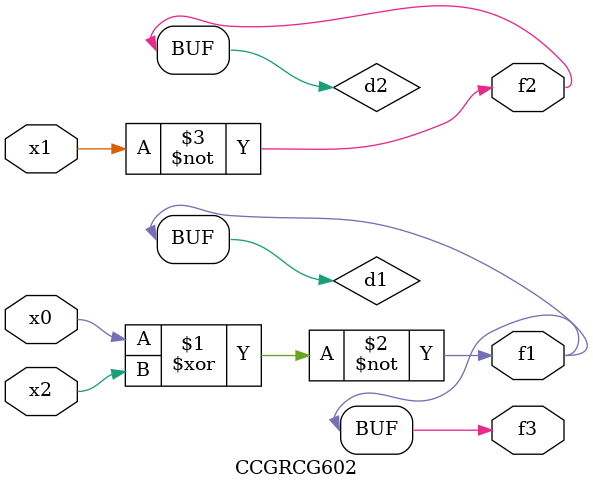
<source format=v>
module CCGRCG602(
	input x0, x1, x2,
	output f1, f2, f3
);

	wire d1, d2, d3;

	xnor (d1, x0, x2);
	nand (d2, x1);
	nor (d3, x1, x2);
	assign f1 = d1;
	assign f2 = d2;
	assign f3 = d1;
endmodule

</source>
